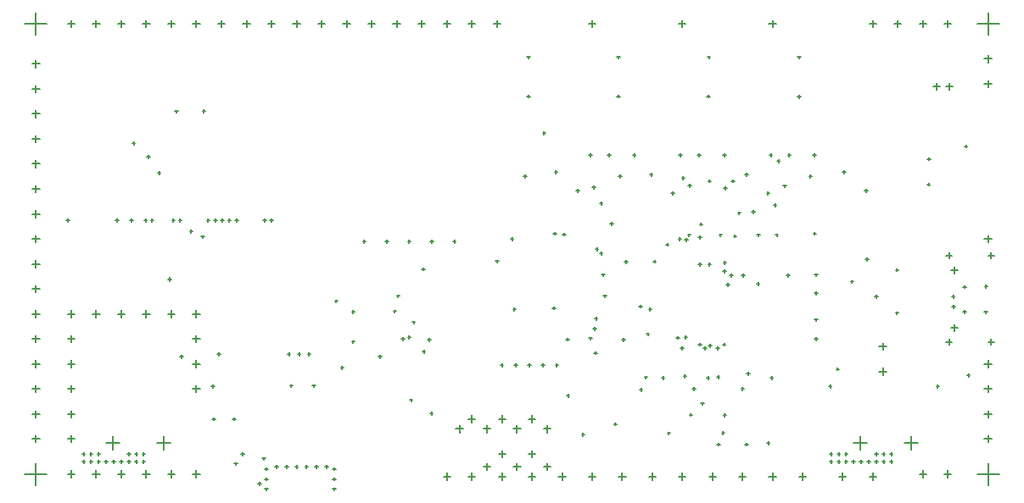
<source format=gbr>
%TF.GenerationSoftware,Altium Limited,Altium Designer,21.1.1 (26)*%
G04 Layer_Color=128*
%FSLAX45Y45*%
%MOMM*%
%TF.SameCoordinates,E9E44C67-710E-4D47-B277-6F884E921ACF*%
%TF.FilePolarity,Positive*%
%TF.FileFunction,Drillmap*%
%TF.Part,Single*%
G01*
G75*
%TA.AperFunction,NonConductor*%
%ADD173C,0.12700*%
D173*
X9201500Y4125000D02*
X9271500D01*
X9236500Y4090000D02*
Y4160000D01*
X9328500Y4125000D02*
X9398500D01*
X9363500Y4090000D02*
Y4160000D01*
X9384500Y1711000D02*
X9449500D01*
X9417000Y1678500D02*
Y1743500D01*
X9384500Y2289000D02*
X9449500D01*
X9417000Y2256500D02*
Y2321500D01*
X9752000Y2432000D02*
X9812000D01*
X9782000Y2402000D02*
Y2462000D01*
X9334000Y1568000D02*
X9394000D01*
X9364000Y1538000D02*
Y1598000D01*
X9334000Y2432000D02*
X9394000D01*
X9364000Y2402000D02*
Y2462000D01*
X9752000Y1568000D02*
X9812000D01*
X9782000Y1538000D02*
Y1598000D01*
X8919000Y558800D02*
X9049000D01*
X8984000Y493800D02*
Y623800D01*
X8411000Y558800D02*
X8541000D01*
X8476000Y493800D02*
Y623800D01*
X1564500Y2197600D02*
X1604500D01*
X1584500Y2177600D02*
Y2217600D01*
X140000Y250000D02*
X360000D01*
X250000Y140000D02*
Y360000D01*
X9640000Y250000D02*
X9860000D01*
X9750000Y140000D02*
Y360000D01*
X9640000Y4750000D02*
X9860000D01*
X9750000Y4640000D02*
Y4860000D01*
X140000Y4750000D02*
X360000D01*
X250000Y4640000D02*
Y4860000D01*
X951000Y558800D02*
X1081000D01*
X1016000Y493800D02*
Y623800D01*
X1459000Y558800D02*
X1589000D01*
X1524000Y493800D02*
Y623800D01*
X7101978Y1545141D02*
X7131978D01*
X7116978Y1530141D02*
Y1560141D01*
X7036040Y1508760D02*
X7066040D01*
X7051040Y1493760D02*
Y1523760D01*
X7043660Y1220327D02*
X7073660D01*
X7058660Y1205327D02*
Y1235327D01*
X6125000Y2372500D02*
X6155000D01*
X6140000Y2357500D02*
Y2387500D01*
X5912500Y2029100D02*
X5942500D01*
X5927500Y2014100D02*
Y2044100D01*
X5895204Y2242500D02*
X5925204D01*
X5910204Y2227500D02*
Y2257500D01*
X5010000Y1900000D02*
X5040000D01*
X5025000Y1885000D02*
Y1915000D01*
X4985000Y2600000D02*
X5015000D01*
X5000000Y2585000D02*
Y2615000D01*
X4838940Y2376640D02*
X4868940D01*
X4853940Y2361640D02*
Y2391640D01*
X6720265Y1617165D02*
X6750265D01*
X6735265Y1602165D02*
Y1632165D01*
X6858428Y1545141D02*
X6888428D01*
X6873428Y1530141D02*
Y1560141D01*
X6961511Y1535428D02*
X6991511D01*
X6976511Y1520428D02*
Y1550428D01*
X6910533Y1508400D02*
X6940533D01*
X6925533Y1493400D02*
Y1523400D01*
X6268960Y1925600D02*
X6298960D01*
X6283960Y1910600D02*
Y1940600D01*
X6363310Y1899550D02*
X6393310D01*
X6378310Y1884550D02*
Y1914550D01*
X6639800Y1612635D02*
X6669800D01*
X6654800Y1597635D02*
Y1627635D01*
X5405360Y1910080D02*
X5435360D01*
X5420360Y1895080D02*
Y1925080D01*
X7325720Y546900D02*
X7355720D01*
X7340720Y531900D02*
Y561900D01*
X7091920Y660400D02*
X7121920D01*
X7106920Y645400D02*
Y675400D01*
X7108700Y840740D02*
X7138700D01*
X7123700Y825740D02*
Y855740D01*
X8022500Y1602500D02*
X8052500D01*
X8037500Y1587500D02*
Y1617500D01*
X5764440Y4750000D02*
X5835560D01*
X5800000Y4714440D02*
Y4785560D01*
X6664440Y4750000D02*
X6735560D01*
X6700000Y4714440D02*
Y4785560D01*
X7848840Y4023360D02*
X7878840D01*
X7863840Y4008360D02*
Y4038360D01*
X7848840Y4417060D02*
X7878840D01*
X7863840Y4402060D02*
Y4432060D01*
X6949680Y4417060D02*
X6979680D01*
X6964680Y4402060D02*
Y4432060D01*
X6947140Y4025900D02*
X6977140D01*
X6962140Y4010900D02*
Y4040900D01*
X6047980Y4025900D02*
X6077980D01*
X6062980Y4010900D02*
Y4040900D01*
X6047980Y4417060D02*
X6077980D01*
X6062980Y4402060D02*
Y4432060D01*
X5148820Y4417060D02*
X5178820D01*
X5163820Y4402060D02*
Y4432060D01*
X5148820Y4025900D02*
X5178820D01*
X5163820Y4010900D02*
Y4040900D01*
X8664440Y1275000D02*
X8735560D01*
X8700000Y1239440D02*
Y1310560D01*
X8664440Y1525000D02*
X8735560D01*
X8700000Y1489440D02*
Y1560560D01*
X1085000Y375000D02*
X1115000D01*
X1100000Y360000D02*
Y390000D01*
X1160000Y450000D02*
X1190000D01*
X1175000Y435000D02*
Y465000D01*
X860000Y450000D02*
X890000D01*
X875000Y435000D02*
Y465000D01*
X1010000Y375000D02*
X1040000D01*
X1025000Y360000D02*
Y390000D01*
X935000Y375000D02*
X965000D01*
X950000Y360000D02*
Y390000D01*
X9235000Y1125000D02*
X9265000D01*
X9250000Y1110000D02*
Y1140000D01*
X8160000Y1125000D02*
X8190000D01*
X8175000Y1110000D02*
Y1140000D01*
X8379700Y2174240D02*
X8409700D01*
X8394700Y2159240D02*
Y2189240D01*
X8623540Y2024380D02*
X8653540D01*
X8638540Y2009380D02*
Y2039380D01*
X8527500Y2397500D02*
X8557500D01*
X8542500Y2382500D02*
Y2412500D01*
X6682980Y1508450D02*
X6712980D01*
X6697980Y1493450D02*
Y1523450D01*
X8170000Y450000D02*
X8200000D01*
X8185000Y435000D02*
Y465000D01*
X8245000Y450000D02*
X8275000D01*
X8260000Y435000D02*
Y465000D01*
X8320000Y450000D02*
X8350000D01*
X8335000Y435000D02*
Y465000D01*
X8170000Y375000D02*
X8200000D01*
X8185000Y360000D02*
Y390000D01*
X8245000Y375000D02*
X8275000D01*
X8260000Y360000D02*
Y390000D01*
X8320000Y375000D02*
X8350000D01*
X8335000Y360000D02*
Y390000D01*
X8395000Y375000D02*
X8425000D01*
X8410000Y360000D02*
Y390000D01*
X8470000Y375000D02*
X8500000D01*
X8485000Y360000D02*
Y390000D01*
X8545000Y375000D02*
X8575000D01*
X8560000Y360000D02*
Y390000D01*
X8620000Y375000D02*
X8650000D01*
X8635000Y360000D02*
Y390000D01*
X8695000Y375000D02*
X8725000D01*
X8710000Y360000D02*
Y390000D01*
X8770000Y450000D02*
X8800000D01*
X8785000Y435000D02*
Y465000D01*
X8695000Y450000D02*
X8725000D01*
X8710000Y435000D02*
Y465000D01*
X8620000Y450000D02*
X8650000D01*
X8635000Y435000D02*
Y465000D01*
X8770000Y375000D02*
X8800000D01*
X8785000Y360000D02*
Y390000D01*
X5537985Y1595665D02*
X5567985D01*
X5552985Y1580665D02*
Y1610665D01*
X5433300Y1338580D02*
X5463300D01*
X5448300Y1323580D02*
Y1353580D01*
X2507220Y403860D02*
X2537220D01*
X2522220Y388860D02*
Y418860D01*
X2735000Y325000D02*
X2765000D01*
X2750000Y310000D02*
Y340000D01*
X2935000Y325000D02*
X2965000D01*
X2950000Y310000D02*
Y340000D01*
X2835000Y325000D02*
X2865000D01*
X2850000Y310000D02*
Y340000D01*
X3135000Y325000D02*
X3165000D01*
X3150000Y310000D02*
Y340000D01*
X2635000Y325000D02*
X2665000D01*
X2650000Y310000D02*
Y340000D01*
X3035000Y325000D02*
X3065000D01*
X3050000Y310000D02*
Y340000D01*
X3210000Y300000D02*
X3240000D01*
X3225000Y285000D02*
Y315000D01*
X3210000Y200000D02*
X3240000D01*
X3225000Y185000D02*
Y215000D01*
X3210000Y100000D02*
X3240000D01*
X3225000Y85000D02*
Y115000D01*
X2535000Y300000D02*
X2565000D01*
X2550000Y285000D02*
Y315000D01*
X2535000Y200000D02*
X2565000D01*
X2550000Y185000D02*
Y215000D01*
X2535000Y100000D02*
X2565000D01*
X2550000Y85000D02*
Y115000D01*
X4181080Y858520D02*
X4211080D01*
X4196080Y843520D02*
Y873520D01*
X2760000Y1450000D02*
X2790000D01*
X2775000Y1435000D02*
Y1465000D01*
X2860000Y1450000D02*
X2890000D01*
X2875000Y1435000D02*
Y1465000D01*
X2960000Y1450000D02*
X2990000D01*
X2975000Y1435000D02*
Y1465000D01*
X2781940Y1132440D02*
X2811940D01*
X2796940Y1117440D02*
Y1147440D01*
X3008000Y1132440D02*
X3038000D01*
X3023000Y1117440D02*
Y1147440D01*
X7140180Y2141220D02*
X7170180D01*
X7155180Y2126220D02*
Y2156220D01*
X9143180Y3146000D02*
X9173180D01*
X9158180Y3131000D02*
Y3161000D01*
X9145300Y3400000D02*
X9175300D01*
X9160300Y3385000D02*
Y3415000D01*
X9516140Y3527000D02*
X9546140D01*
X9531140Y3512000D02*
Y3542000D01*
X4314440Y225000D02*
X4385560D01*
X4350000Y189440D02*
Y260560D01*
X4439440Y700000D02*
X4510560D01*
X4475000Y664440D02*
Y735560D01*
X5314440Y700000D02*
X5385560D01*
X5350000Y664440D02*
Y735560D01*
X5314440Y325000D02*
X5385560D01*
X5350000Y289440D02*
Y360560D01*
X5014440Y325000D02*
X5085560D01*
X5050000Y289440D02*
Y360560D01*
X4714440Y325000D02*
X4785560D01*
X4750000Y289440D02*
Y360560D01*
X5014440Y700000D02*
X5085560D01*
X5050000Y664440D02*
Y735560D01*
X4714440Y700000D02*
X4785560D01*
X4750000Y664440D02*
Y735560D01*
X4864440Y450000D02*
X4935560D01*
X4900000Y414440D02*
Y485560D01*
X5164440Y450000D02*
X5235560D01*
X5200000Y414440D02*
Y485560D01*
X5164440Y800000D02*
X5235560D01*
X5200000Y764440D02*
Y835560D01*
X4864440Y800000D02*
X4935560D01*
X4900000Y764440D02*
Y835560D01*
X4564440Y800000D02*
X4635560D01*
X4600000Y764440D02*
Y835560D01*
X8517940Y3082500D02*
X8547940D01*
X8532940Y3067500D02*
Y3097500D01*
X7540840Y3057500D02*
X7570840D01*
X7555840Y3042500D02*
Y3072500D01*
X7188440Y3180080D02*
X7218440D01*
X7203440Y3165080D02*
Y3195080D01*
X6590880Y3057500D02*
X6620880D01*
X6605880Y3042500D02*
Y3072500D01*
X5642500Y3082500D02*
X5672500D01*
X5657500Y3067500D02*
Y3097500D01*
X8235000Y1300000D02*
X8265000D01*
X8250000Y1285000D02*
Y1315000D01*
X8564440Y225000D02*
X8635560D01*
X8600000Y189440D02*
Y260560D01*
X8264440Y225000D02*
X8335560D01*
X8300000Y189440D02*
Y260560D01*
X1310000Y375000D02*
X1340000D01*
X1325000Y360000D02*
Y390000D01*
X1235000Y450000D02*
X1265000D01*
X1250000Y435000D02*
Y465000D01*
X1310000Y450000D02*
X1340000D01*
X1325000Y435000D02*
Y465000D01*
X1235000Y375000D02*
X1265000D01*
X1250000Y360000D02*
Y390000D01*
X1160000Y375000D02*
X1190000D01*
X1175000Y360000D02*
Y390000D01*
X860000Y375000D02*
X890000D01*
X875000Y360000D02*
Y390000D01*
X785000Y375000D02*
X815000D01*
X800000Y360000D02*
Y390000D01*
X710000Y375000D02*
X740000D01*
X725000Y360000D02*
Y390000D01*
X785000Y450000D02*
X815000D01*
X800000Y435000D02*
Y465000D01*
X710000Y450000D02*
X740000D01*
X725000Y435000D02*
Y465000D01*
X2212502Y800001D02*
X2242501D01*
X2227502Y785001D02*
Y815001D01*
X2007501Y800001D02*
X2037501D01*
X2022501Y785001D02*
Y815001D01*
X7645000Y3380000D02*
X7675000D01*
X7660000Y3365000D02*
Y3395000D01*
X5875000Y2957500D02*
X5905000D01*
X5890000Y2942500D02*
Y2972500D01*
X5977500Y2755000D02*
X6007500D01*
X5992500Y2740000D02*
Y2770000D01*
X1210000Y3557500D02*
X1240000D01*
X1225000Y3542500D02*
Y3572500D01*
X1357500Y3420000D02*
X1387500D01*
X1372500Y3405000D02*
Y3435000D01*
X1910000Y3877500D02*
X1940000D01*
X1925000Y3862500D02*
Y3892500D01*
X1635000Y3875000D02*
X1665000D01*
X1650000Y3860000D02*
Y3890000D01*
X7048100Y546900D02*
X7078100D01*
X7063100Y531900D02*
Y561900D01*
X7542500Y560000D02*
X7572500D01*
X7557500Y545000D02*
Y575000D01*
X7344969Y1256446D02*
X7374969D01*
X7359969Y1241446D02*
Y1271446D01*
X6872500Y2747500D02*
X6902500D01*
X6887500Y2732500D02*
Y2762500D01*
X6724189Y2590458D02*
X6754189D01*
X6739189Y2575458D02*
Y2605458D01*
X6660000Y2601510D02*
X6690000D01*
X6675000Y2586510D02*
Y2616510D01*
X5545202Y1032500D02*
X5575202D01*
X5560202Y1017500D02*
Y1047500D01*
X6942502Y1210203D02*
X6972502D01*
X6957502Y1195203D02*
Y1225203D01*
X9540000Y1235202D02*
X9570000D01*
X9555000Y1220202D02*
Y1250202D01*
X8827502Y1860205D02*
X8857502D01*
X8842502Y1845205D02*
Y1875205D01*
X8827502Y2289800D02*
X8857502D01*
X8842502Y2274800D02*
Y2304800D01*
X8004999Y3439800D02*
X8034999D01*
X8019999Y3424800D02*
Y3454800D01*
X7752498Y3439800D02*
X7782498D01*
X7767498Y3424800D02*
Y3454800D01*
X7567499Y3439800D02*
X7597499D01*
X7582499Y3424800D02*
Y3454800D01*
X7105001Y3439800D02*
X7135001D01*
X7120001Y3424800D02*
Y3454800D01*
X6852500Y3439800D02*
X6882500D01*
X6867500Y3424800D02*
Y3454800D01*
X6667501Y3439800D02*
X6697501D01*
X6682501Y3424800D02*
Y3454800D01*
X6204998Y3439800D02*
X6234998D01*
X6219998Y3424800D02*
Y3454800D01*
X5952501Y3439800D02*
X5982501D01*
X5967501Y3424800D02*
Y3454800D01*
X5767498Y3439800D02*
X5797498D01*
X5782498Y3424800D02*
Y3454800D01*
X5305000Y3660201D02*
X5334999D01*
X5320000Y3645201D02*
Y3675201D01*
X5115002Y3227299D02*
X5145002D01*
X5130002Y3212299D02*
Y3242299D01*
X5424797Y3267502D02*
X5454797D01*
X5439797Y3252502D02*
Y3282502D01*
X6064998Y3227299D02*
X6094998D01*
X6079998Y3212299D02*
Y3242299D01*
X6374796Y3242502D02*
X6404796D01*
X6389796Y3227502D02*
Y3257502D01*
X6694999Y3209798D02*
X6724999D01*
X6709999Y3194798D02*
Y3224798D01*
X7324800Y3242502D02*
X7354800D01*
X7339800Y3227502D02*
Y3257502D01*
X7964999Y3227299D02*
X7994999D01*
X7979999Y3212299D02*
Y3242299D01*
X8299800Y3267502D02*
X8329799D01*
X8314799Y3252502D02*
Y3282502D01*
X8007422Y2654899D02*
X8037422D01*
X8022422Y2639899D02*
Y2669899D01*
X6712100Y1227500D02*
X6742100D01*
X6727100Y1212500D02*
Y1242500D01*
X6800000Y1100000D02*
X6830000D01*
X6815000Y1085000D02*
Y1115000D01*
X7287500Y1100000D02*
X7317500D01*
X7302500Y1085000D02*
Y1115000D01*
X6017297Y750001D02*
X6047297D01*
X6032297Y735001D02*
Y765001D01*
X5770201Y1607500D02*
X5800200D01*
X5785201Y1592500D02*
Y1622500D01*
X7577502Y1210203D02*
X7607502D01*
X7592502Y1195203D02*
Y1225203D01*
X6492500Y1210203D02*
X6522500D01*
X6507500Y1195203D02*
Y1225203D01*
X7252499Y2860203D02*
X7282499D01*
X7267499Y2845203D02*
Y2875203D01*
X7067500Y2639797D02*
X7097500D01*
X7082500Y2624797D02*
Y2654797D01*
X7627499Y2639797D02*
X7657499D01*
X7642499Y2624797D02*
Y2654797D01*
X7442501Y2639797D02*
X7472501D01*
X7457501Y2624797D02*
Y2654797D01*
X5817500Y1460200D02*
X5847500D01*
X5832500Y1445200D02*
Y1475200D01*
X6770204Y842498D02*
X6800204D01*
X6785204Y827498D02*
Y857498D01*
X6549798Y657499D02*
X6579798D01*
X6564798Y642499D02*
Y672499D01*
X5824800Y1805000D02*
X5854800D01*
X5839800Y1790000D02*
Y1820000D01*
X6099796Y1594998D02*
X6129796D01*
X6114796Y1579998D02*
Y1609998D01*
X5695205Y645003D02*
X5725204D01*
X5710204Y630003D02*
Y660002D01*
X8022500Y1792500D02*
X8052500D01*
X8037500Y1777500D02*
Y1807500D01*
X7742500Y2237500D02*
X7772500D01*
X7757500Y2222500D02*
Y2252500D01*
X8022500Y2057500D02*
X8052500D01*
X8037500Y2042500D02*
Y2072500D01*
X8022500Y2242500D02*
X8052500D01*
X8037500Y2227500D02*
Y2257500D01*
X3896600Y1600200D02*
X3926600D01*
X3911600Y1585200D02*
Y1615200D01*
X3849970Y2029460D02*
X3879970D01*
X3864970Y2014460D02*
Y2044460D01*
X1463280Y3258820D02*
X1493280D01*
X1478280Y3243820D02*
Y3273820D01*
X6858240Y2347870D02*
X6888240D01*
X6873240Y2332870D02*
Y2362870D01*
X5832080Y2500270D02*
X5862080D01*
X5847080Y2485270D02*
Y2515270D01*
X5875260Y2458720D02*
X5905260D01*
X5890260Y2443720D02*
Y2473720D01*
X6957300Y2346960D02*
X6987300D01*
X6972300Y2331960D02*
Y2361960D01*
X6273099Y1091259D02*
X6303099D01*
X6288099Y1076259D02*
Y1106259D01*
X6322300Y1216660D02*
X6352300D01*
X6337300Y1201660D02*
Y1231660D01*
X6759180Y3131820D02*
X6789180D01*
X6774180Y3116820D02*
Y3146820D01*
X5804140Y3119120D02*
X5834140D01*
X5819140Y3104120D02*
Y3134120D01*
X6408660Y2374900D02*
X6438660D01*
X6423660Y2359900D02*
Y2389900D01*
X6535660Y2545080D02*
X6565660D01*
X6550660Y2530080D02*
Y2560080D01*
X6754100Y2639800D02*
X6784100D01*
X6769100Y2624800D02*
Y2654800D01*
X5506661Y2646320D02*
X5536661D01*
X5521661Y2631320D02*
Y2661320D01*
X7112240Y3106420D02*
X7142240D01*
X7127240Y3091420D02*
Y3121420D01*
X7709140Y3130910D02*
X7739140D01*
X7724140Y3115910D02*
Y3145910D01*
X6860780Y2616200D02*
X6890780D01*
X6875780Y2601200D02*
Y2631200D01*
X7610080Y2938780D02*
X7640080D01*
X7625080Y2923780D02*
Y2953780D01*
X7211300Y2628900D02*
X7241300D01*
X7226300Y2613900D02*
Y2643900D01*
X7391640Y2872740D02*
X7421640D01*
X7406640Y2857740D02*
Y2887740D01*
X7109700Y2362200D02*
X7139700D01*
X7124700Y2347200D02*
Y2377200D01*
X7440398Y2149963D02*
X7470398D01*
X7455398Y2134963D02*
Y2164963D01*
X7107160Y2279460D02*
X7137160D01*
X7122160Y2264460D02*
Y2294460D01*
X7292580Y2237740D02*
X7322580D01*
X7307580Y2222740D02*
Y2252740D01*
X7173030Y2237910D02*
X7203030D01*
X7188030Y2222910D02*
Y2252910D01*
X6957300Y3180080D02*
X6987300D01*
X6972300Y3165080D02*
Y3195080D01*
X9715800Y1869440D02*
X9745800D01*
X9730800Y1854440D02*
Y1884440D01*
X9716948Y2124338D02*
X9746948D01*
X9731948Y2109338D02*
Y2139338D01*
X9499840Y2120900D02*
X9529840D01*
X9514840Y2105900D02*
Y2135900D01*
X6340080Y1648460D02*
X6370080D01*
X6355080Y1633460D02*
Y1663460D01*
X5809220Y1701800D02*
X5839220D01*
X5824220Y1686800D02*
Y1716800D01*
X4158530Y1592270D02*
X4188530D01*
X4173530Y1577270D02*
Y1607270D01*
X3290699Y1315000D02*
X3320699D01*
X3305699Y1300000D02*
Y1330000D01*
X9714440Y1100000D02*
X9785560D01*
X9750000Y1064440D02*
Y1135560D01*
X9714440Y850000D02*
X9785560D01*
X9750000Y814440D02*
Y885560D01*
X9714440Y600000D02*
X9785560D01*
X9750000Y564440D02*
Y635560D01*
X9064440Y250000D02*
X9135560D01*
X9100000Y214440D02*
Y285560D01*
X9314440Y250000D02*
X9385560D01*
X9350000Y214440D02*
Y285560D01*
X9714440Y1350000D02*
X9785560D01*
X9750000Y1314440D02*
Y1385560D01*
X9714440Y2600000D02*
X9785560D01*
X9750000Y2564440D02*
Y2635560D01*
X9714440Y4150000D02*
X9785560D01*
X9750000Y4114440D02*
Y4185560D01*
X9714440Y4400000D02*
X9785560D01*
X9750000Y4364440D02*
Y4435560D01*
X1814440Y1100000D02*
X1885560D01*
X1850000Y1064440D02*
Y1135560D01*
X1814440Y1350000D02*
X1885560D01*
X1850000Y1314440D02*
Y1385560D01*
X1814440Y1600000D02*
X1885560D01*
X1850000Y1564440D02*
Y1635560D01*
X1814440Y1850000D02*
X1885560D01*
X1850000Y1814440D02*
Y1885560D01*
X1564440Y1850000D02*
X1635560D01*
X1600000Y1814440D02*
Y1885560D01*
X1314440Y1850000D02*
X1385560D01*
X1350000Y1814440D02*
Y1885560D01*
X1064440Y1850000D02*
X1135560D01*
X1100000Y1814440D02*
Y1885560D01*
X814440Y1850000D02*
X885560D01*
X850000Y1814440D02*
Y1885560D01*
X564440Y1850000D02*
X635560D01*
X600000Y1814440D02*
Y1885560D01*
X564440Y1600000D02*
X635560D01*
X600000Y1564440D02*
Y1635560D01*
X564440Y1350000D02*
X635560D01*
X600000Y1314440D02*
Y1385560D01*
X564440Y1100000D02*
X635560D01*
X600000Y1064440D02*
Y1135560D01*
X564440Y850000D02*
X635560D01*
X600000Y814440D02*
Y885560D01*
X564440Y600000D02*
X635560D01*
X600000Y564440D02*
Y635560D01*
X564440Y250000D02*
X635560D01*
X600000Y214440D02*
Y285560D01*
X814440Y250000D02*
X885560D01*
X850000Y214440D02*
Y285560D01*
X1064440Y250000D02*
X1135560D01*
X1100000Y214440D02*
Y285560D01*
X1314440Y250000D02*
X1385560D01*
X1350000Y214440D02*
Y285560D01*
X1564440Y250000D02*
X1635560D01*
X1600000Y214440D02*
Y285560D01*
X1814440Y250000D02*
X1885560D01*
X1850000Y214440D02*
Y285560D01*
X8564440Y4750000D02*
X8635560D01*
X8600000Y4714440D02*
Y4785560D01*
X8814440Y4750000D02*
X8885560D01*
X8850000Y4714440D02*
Y4785560D01*
X9064440Y4750000D02*
X9135560D01*
X9100000Y4714440D02*
Y4785560D01*
X9314440Y4750000D02*
X9385560D01*
X9350000Y4714440D02*
Y4785560D01*
X4564440Y4750000D02*
X4635560D01*
X4600000Y4714440D02*
Y4785560D01*
X4814440Y4750000D02*
X4885560D01*
X4850000Y4714440D02*
Y4785560D01*
X7564440Y4750000D02*
X7635560D01*
X7600000Y4714440D02*
Y4785560D01*
X564440Y4750000D02*
X635560D01*
X600000Y4714440D02*
Y4785560D01*
X814440Y4750000D02*
X885560D01*
X850000Y4714440D02*
Y4785560D01*
X1064440Y4750000D02*
X1135560D01*
X1100000Y4714440D02*
Y4785560D01*
X1314440Y4750000D02*
X1385560D01*
X1350000Y4714440D02*
Y4785560D01*
X1564440Y4750000D02*
X1635560D01*
X1600000Y4714440D02*
Y4785560D01*
X1814440Y4750000D02*
X1885560D01*
X1850000Y4714440D02*
Y4785560D01*
X2064440Y4750000D02*
X2135560D01*
X2100000Y4714440D02*
Y4785560D01*
X2314440Y4750000D02*
X2385560D01*
X2350000Y4714440D02*
Y4785560D01*
X2564440Y4750000D02*
X2635560D01*
X2600000Y4714440D02*
Y4785560D01*
X2814440Y4750000D02*
X2885560D01*
X2850000Y4714440D02*
Y4785560D01*
X3064440Y4750000D02*
X3135560D01*
X3100000Y4714440D02*
Y4785560D01*
X3314440Y4750000D02*
X3385560D01*
X3350000Y4714440D02*
Y4785560D01*
X3564440Y4750000D02*
X3635560D01*
X3600000Y4714440D02*
Y4785560D01*
X3814440Y4750000D02*
X3885560D01*
X3850000Y4714440D02*
Y4785560D01*
X4064440Y4750000D02*
X4135560D01*
X4100000Y4714440D02*
Y4785560D01*
X4314440Y4750000D02*
X4385560D01*
X4350000Y4714440D02*
Y4785560D01*
X214440Y4350000D02*
X285560D01*
X250000Y4314440D02*
Y4385560D01*
X214440Y4100000D02*
X285560D01*
X250000Y4064440D02*
Y4135560D01*
X214440Y3850000D02*
X285560D01*
X250000Y3814440D02*
Y3885560D01*
X214440Y3600000D02*
X285560D01*
X250000Y3564440D02*
Y3635560D01*
X214440Y3350000D02*
X285560D01*
X250000Y3314440D02*
Y3385560D01*
X214440Y3100000D02*
X285560D01*
X250000Y3064440D02*
Y3135560D01*
X214440Y2850000D02*
X285560D01*
X250000Y2814440D02*
Y2885560D01*
X214440Y2600000D02*
X285560D01*
X250000Y2564440D02*
Y2635560D01*
X214440Y2350000D02*
X285560D01*
X250000Y2314440D02*
Y2385560D01*
X214440Y2100000D02*
X285560D01*
X250000Y2064440D02*
Y2135560D01*
X214440Y1850000D02*
X285560D01*
X250000Y1814440D02*
Y1885560D01*
X214440Y1600000D02*
X285560D01*
X250000Y1564440D02*
Y1635560D01*
X214440Y1350000D02*
X285560D01*
X250000Y1314440D02*
Y1385560D01*
X214440Y1100000D02*
X285560D01*
X250000Y1064440D02*
Y1135560D01*
X214440Y850000D02*
X285560D01*
X250000Y814440D02*
Y885560D01*
X214440Y600000D02*
X285560D01*
X250000Y564440D02*
Y635560D01*
X1685000Y1425000D02*
X1715000D01*
X1700000Y1410000D02*
Y1440000D01*
X4409680Y2575560D02*
X4439680D01*
X4424680Y2560560D02*
Y2590560D01*
X5412980Y2654300D02*
X5442980D01*
X5427980Y2639300D02*
Y2669300D01*
X3231120Y1978660D02*
X3261120D01*
X3246120Y1963660D02*
Y1993660D01*
X3960000Y2575000D02*
X3990000D01*
X3975000Y2560000D02*
Y2590000D01*
X4185000Y2575000D02*
X4215000D01*
X4200000Y2560000D02*
Y2590000D01*
X3735000Y2575000D02*
X3765000D01*
X3750000Y2560000D02*
Y2590000D01*
X3510000Y2575000D02*
X3540000D01*
X3525000Y2560000D02*
Y2590000D01*
X4564440Y225000D02*
X4635560D01*
X4600000Y189440D02*
Y260560D01*
X4864440Y225000D02*
X4935560D01*
X4900000Y189440D02*
Y260560D01*
X5164440Y225000D02*
X5235560D01*
X5200000Y189440D02*
Y260560D01*
X5464440Y225000D02*
X5535560D01*
X5500000Y189440D02*
Y260560D01*
X5764440Y225000D02*
X5835560D01*
X5800000Y189440D02*
Y260560D01*
X6064440Y225000D02*
X6135560D01*
X6100000Y189440D02*
Y260560D01*
X6364440Y225000D02*
X6435560D01*
X6400000Y189440D02*
Y260560D01*
X6664440Y225000D02*
X6735560D01*
X6700000Y189440D02*
Y260560D01*
X6964440Y225000D02*
X7035560D01*
X7000000Y189440D02*
Y260560D01*
X7264440Y225000D02*
X7335560D01*
X7300000Y189440D02*
Y260560D01*
X7564440Y225000D02*
X7635560D01*
X7600000Y189440D02*
Y260560D01*
X7864440Y225000D02*
X7935560D01*
X7900000Y189440D02*
Y260560D01*
X2226882Y353061D02*
X2256881D01*
X2241881Y338061D02*
Y368061D01*
X2295462Y449581D02*
X2325461D01*
X2310461Y434581D02*
Y464581D01*
X3668450Y1425200D02*
X3698450D01*
X3683450Y1410200D02*
Y1440200D01*
X5158980Y1338580D02*
X5188980D01*
X5173980Y1323580D02*
Y1353580D01*
X5296140Y1338580D02*
X5326140D01*
X5311140Y1323580D02*
Y1353580D01*
X5021820Y1338580D02*
X5051820D01*
X5036820Y1323580D02*
Y1353580D01*
X4884660Y1338580D02*
X4914660D01*
X4899660Y1323580D02*
Y1353580D01*
X553960Y2786380D02*
X583960D01*
X568960Y2771380D02*
Y2801380D01*
X1044180Y2786380D02*
X1074180D01*
X1059180Y2771380D02*
Y2801380D01*
X1186420Y2786380D02*
X1216420D01*
X1201420Y2771380D02*
Y2801380D01*
X1328660Y2786380D02*
X1358660D01*
X1343660Y2771380D02*
Y2801380D01*
X1394700Y2786380D02*
X1424700D01*
X1409700Y2771380D02*
Y2801380D01*
X1605520Y2786380D02*
X1635520D01*
X1620520Y2771380D02*
Y2801380D01*
X1674100Y2786380D02*
X1704100D01*
X1689100Y2771380D02*
Y2801380D01*
X1953500Y2786380D02*
X1983500D01*
X1968500Y2771380D02*
Y2801380D01*
X2024620Y2786380D02*
X2054620D01*
X2039620Y2771380D02*
Y2801380D01*
X2095740Y2786380D02*
X2125740D01*
X2110740Y2771380D02*
Y2801380D01*
X2585960Y2786380D02*
X2615960D01*
X2600960Y2771380D02*
Y2801380D01*
X2514840Y2786380D02*
X2544840D01*
X2529840Y2771380D02*
Y2801380D01*
X2235440Y2786380D02*
X2265440D01*
X2250440Y2771380D02*
Y2801380D01*
X2164320Y2786380D02*
X2194320D01*
X2179320Y2771380D02*
Y2801380D01*
X2061782Y1450341D02*
X2091781D01*
X2076781Y1435341D02*
Y1465341D01*
X4003280Y1767840D02*
X4033280D01*
X4018280Y1752840D02*
Y1782840D01*
X3815320Y1877060D02*
X3845320D01*
X3830320Y1862060D02*
Y1892060D01*
X9499840Y1871980D02*
X9529840D01*
X9514840Y1856980D02*
Y1886980D01*
X2468182Y152401D02*
X2498181D01*
X2483181Y137401D02*
Y167401D01*
X6886360Y954220D02*
X6916360D01*
X6901360Y939220D02*
Y969220D01*
X1783320Y2677160D02*
X1813320D01*
X1798320Y2662160D02*
Y2692160D01*
X1898890Y2622867D02*
X1928890D01*
X1913890Y2607868D02*
Y2637867D01*
X4102340Y2299780D02*
X4132340D01*
X4117340Y2284780D02*
Y2314780D01*
X4104880Y1474940D02*
X4134880D01*
X4119880Y1459940D02*
Y1489940D01*
X3977880Y988060D02*
X4007880D01*
X3992880Y973060D02*
Y1003060D01*
X3960100Y1620520D02*
X3990100D01*
X3975100Y1605520D02*
Y1635520D01*
X3401300Y1874520D02*
X3431300D01*
X3416300Y1859520D02*
Y1889520D01*
X3401100Y1572340D02*
X3431100D01*
X3416100Y1557340D02*
Y1587340D01*
X2000821Y1125221D02*
X2030821D01*
X2015821Y1110221D02*
Y1140221D01*
X9388440Y2024380D02*
X9418440D01*
X9403440Y2009380D02*
Y2039380D01*
X9390620Y1925320D02*
X9420620D01*
X9405620Y1910320D02*
Y1940320D01*
%TF.MD5,0123f210b28df77fc26158c0e834833c*%
M02*

</source>
